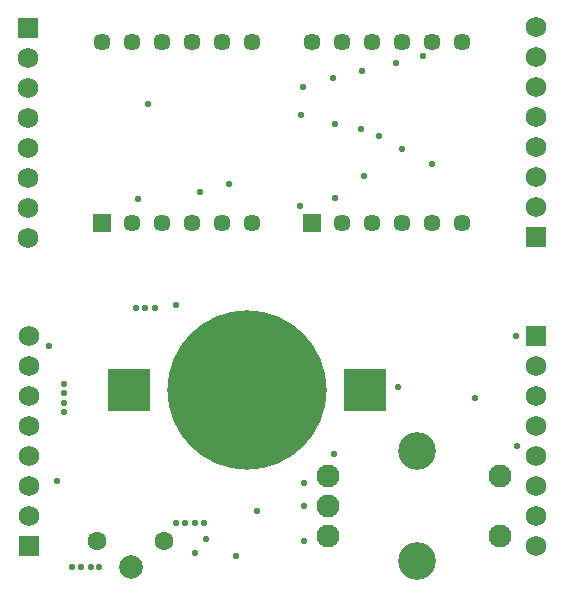
<source format=gbs>
%FSLAX33Y33*%
%MOMM*%
%AMRect-W3500000-H3500000-RO1.000*
21,1,3.5,3.5,0.,0.,180*%
%AMRect-W1750000-H1750000-RO1.000*
21,1,1.75,1.75,0.,0.,180*%
%AMRect-W1450000-H1450000-RO1.500*
21,1,1.45,1.45,0.,0.,90*%
%ADD10C,0.5588*%
%ADD11C,13.5*%
%ADD12C,8.*%
%ADD13Rect-W3500000-H3500000-RO1.000*%
%ADD14R,1.75X1.75*%
%ADD15C,1.75*%
%ADD16C,1.6*%
%ADD17C,2.*%
%ADD18C,1.949999*%
%ADD19C,3.2*%
%ADD20C,1.75*%
%ADD21Rect-W1750000-H1750000-RO1.000*%
%ADD22C,1.45*%
%ADD23Rect-W1450000-H1450000-RO1.500*%
D10*
%LNbottom solder mask_traces*%
G01*
X6520Y14940D03*
X31883Y34960D03*
X36925Y45105D03*
X18500Y4165D03*
X26565Y40075D03*
X26829Y4050D03*
X26765Y42455D03*
X13360Y23750D03*
X44750Y21390D03*
X17573Y3014D03*
X34575Y44505D03*
X34800Y17085D03*
X44844Y12078D03*
X5237Y20540D03*
X6520Y16540D03*
X41300Y16100D03*
X17573Y5581D03*
X35135Y37250D03*
X6520Y17340D03*
X22850Y6560D03*
X31675Y38950D03*
X7200Y1864D03*
X17983Y33590D03*
X16023Y24050D03*
X5874Y9108D03*
X12773Y32975D03*
X16773Y5581D03*
X37675Y35975D03*
X13650Y41000D03*
X9499Y1864D03*
X21440Y14677D03*
X29443Y39302D03*
X12560Y23750D03*
X29385Y11400D03*
X33150Y38350D03*
X8750Y1864D03*
X14192Y23750D03*
X20508Y34240D03*
X29443Y33035D03*
X31765Y43850D03*
X21100Y2750D03*
X29295Y43205D03*
X22668Y14677D03*
X26829Y6990D03*
X7950Y1864D03*
X15995Y5581D03*
X26829Y8900D03*
X6520Y15740D03*
X18359Y5581D03*
X26505Y32380D03*
%LNbottom solder mask component 54125db77599e596*%
D11*
X22000Y16800D03*
D12*
X22000Y16800D03*
D13*
X12000Y16800D03*
X32000Y16800D03*
%LNbottom solder mask component bca8d065b4743895*%
D14*
X3500Y3610D03*
D15*
X3500Y6150D03*
X3500Y8690D03*
X3500Y11230D03*
X3500Y13770D03*
X3500Y16310D03*
X3500Y18850D03*
X3500Y21390D03*
%LNbottom solder mask component abbcac8aa2df2ad2*%
D14*
X46460Y29770D03*
D15*
X46460Y32310D03*
X46460Y34850D03*
X46460Y37390D03*
X46460Y39930D03*
X46460Y42470D03*
X46460Y45010D03*
X46460Y47550D03*
%LNbottom solder mask component b94161c78b1874cc*%
D16*
X9335Y4014D03*
D17*
X12135Y1864D03*
D16*
X14935Y4014D03*
%LNbottom solder mask component c3a2e014ce3ec141*%
D18*
X28885Y9490D03*
X28885Y6990D03*
X28885Y4490D03*
X43385Y9490D03*
X43385Y4490D03*
D19*
X36385Y11640D03*
X36385Y2340D03*
%LNbottom solder mask component c71e0ad25ac2378d*%
D20*
X3460Y44910D03*
X3460Y42370D03*
X3460Y39830D03*
X3460Y37290D03*
X3460Y34750D03*
X3460Y32210D03*
X3460Y29670D03*
D21*
X3460Y47450D03*
%LNbottom solder mask component ec5ddc3e9c6c7b47*%
D22*
X14805Y30970D03*
X19885Y30970D03*
X22425Y46270D03*
X17345Y46270D03*
X12265Y46270D03*
X12265Y30970D03*
X17345Y30970D03*
X22425Y30970D03*
X19885Y46270D03*
X14805Y46270D03*
X9725Y46270D03*
D23*
X9725Y30970D03*
%LNbottom solder mask component 12bee7e14ac3c08e*%
D20*
X46500Y18850D03*
X46500Y16310D03*
X46500Y13770D03*
X46500Y11230D03*
X46500Y8690D03*
X46500Y6150D03*
X46500Y3610D03*
D21*
X46500Y21390D03*
%LNbottom solder mask component a433c07c415dc932*%
D22*
X32585Y30970D03*
X37665Y30970D03*
X40205Y46270D03*
X35125Y46270D03*
X30045Y46270D03*
X30045Y30970D03*
X35125Y30970D03*
X40205Y30970D03*
X37665Y46270D03*
X32585Y46270D03*
X27505Y46270D03*
D23*
X27505Y30970D03*
M02*
</source>
